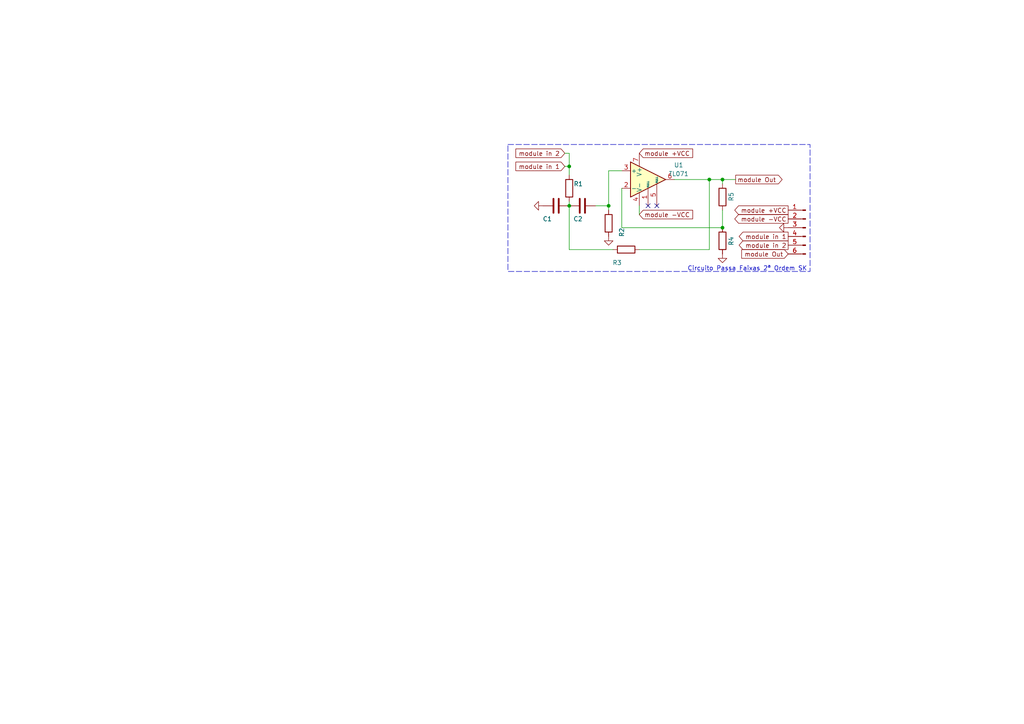
<source format=kicad_sch>
(kicad_sch (version 20230121) (generator eeschema)
  (paper "A4")
  (lib_symbols
    (symbol "Amplifier_Operational:TL071" (pin_names (offset 0.127))
      (property "Reference" "U" (at 0 6.35 0))
      (property "Value" "TL071" (at 0 3.81 0))
      (symbol "TL071_0_1"
        (polyline (pts (xy -5.08 5.08) (xy 5.08 0) (xy -5.08 -5.08) (xy -5.08 5.08)) (stroke (width 0.254)) (fill (type background)))
      )
      (symbol "TL071_1_1"
        (pin input line (at 0 -7.62 90) (length 5.08) (name "NULL") (number "1"))
        (pin input line (at -7.62 -2.54 0) (length 2.54) (name "-") (number "2"))
        (pin input line (at -7.62 2.54 0) (length 2.54) (name "+") (number "3"))
        (pin power_in line (at -2.54 -7.62 90) (length 3.81) (name "V-") (number "4"))
        (pin input line (at 2.54 -7.62 90) (length 6.35) (name "NULL") (number "5"))
        (pin output line (at 7.62 0 180) (length 2.54) (name "~") (number "6"))
        (pin power_in line (at -2.54 7.62 270) (length 3.81) (name "V+") (number "7"))
        (pin no_connect line (at 0 2.54 270) (length 2.54) hide (name "NC") (number "8"))
      )
    )
    (symbol "Connector:Conn_01x06_Pin" (pin_names (offset 1.016) hide)
      (property "Reference" "J" (at 0 7.62 0))
      (property "Value" "Conn_01x06_Pin" (at 0 -10.16 0))
      (symbol "Conn_01x06_Pin_1_1"
        (polyline (pts (xy 1.27 -7.62) (xy 0.8636 -7.62)) (stroke (width 0.1524)))
        (polyline (pts (xy 1.27 -5.08) (xy 0.8636 -5.08)) (stroke (width 0.1524)))
        (polyline (pts (xy 1.27 -2.54) (xy 0.8636 -2.54)) (stroke (width 0.1524)))
        (polyline (pts (xy 1.27 0) (xy 0.8636 0)) (stroke (width 0.1524)))
        (polyline (pts (xy 1.27 2.54) (xy 0.8636 2.54)) (stroke (width 0.1524)))
        (polyline (pts (xy 1.27 5.08) (xy 0.8636 5.08)) (stroke (width 0.1524)))
        (rectangle (start 0.8636 -7.493) (end 0 -7.747) (stroke (width 0.1524)) (fill (type outline)))
        (rectangle (start 0.8636 -4.953) (end 0 -5.207) (stroke (width 0.1524)) (fill (type outline)))
        (rectangle (start 0.8636 -2.413) (end 0 -2.667) (stroke (width 0.1524)) (fill (type outline)))
        (rectangle (start 0.8636 0.127) (end 0 -0.127) (stroke (width 0.1524)) (fill (type outline)))
        (rectangle (start 0.8636 2.667) (end 0 2.413) (stroke (width 0.1524)) (fill (type outline)))
        (rectangle (start 0.8636 5.207) (end 0 4.953) (stroke (width 0.1524)) (fill (type outline)))
        (pin passive line (at 5.08 5.08 180) (length 3.81) (name "Pin_1") (number "1"))
        (pin passive line (at 5.08 2.54 180) (length 3.81) (name "Pin_2") (number "2"))
        (pin passive line (at 5.08 0 180) (length 3.81) (name "Pin_3") (number "3"))
        (pin passive line (at 5.08 -2.54 180) (length 3.81) (name "Pin_4") (number "4"))
        (pin passive line (at 5.08 -5.08 180) (length 3.81) (name "Pin_5") (number "5"))
        (pin passive line (at 5.08 -7.62 180) (length 3.81) (name "Pin_6") (number "6"))
      )
    )
    (symbol "Device:C" (pin_numbers hide) (pin_names (offset 0.254))
      (property "Reference" "C" (at 0.635 2.54 0))
      (property "Value" "C" (at 0.635 -2.54 0))
      (symbol "C_0_1"
        (polyline (pts (xy -2.032 -0.762) (xy 2.032 -0.762)) (stroke (width 0.508)))
        (polyline (pts (xy -2.032 0.762) (xy 2.032 0.762)) (stroke (width 0.508)))
      )
      (symbol "C_1_1"
        (pin passive line (at 0 3.81 270) (length 2.794) (name "~") (number "1"))
        (pin passive line (at 0 -3.81 90) (length 2.794) (name "~") (number "2"))
      )
    )
    (symbol "Device:R" (pin_numbers hide) (pin_names (offset 0))
      (property "Reference" "R" (at 2.032 0 90))
      (property "Value" "R" (at 0 0 90))
      (symbol "R_0_1"
        (rectangle (start -1.016 2.54) (end 1.016 -2.54) (stroke (width 0.254)))
      )
      (symbol "R_1_1"
        (pin passive line (at 0 3.81 270) (length 1.27) (name "~") (number "1"))
        (pin passive line (at 0 -3.81 90) (length 1.27) (name "~") (number "2"))
      )
    )
    (symbol "power:GND" (power) (pin_names (offset 0))
      (property "Value" "GND" (at 0 -3.81 0))
      (symbol "GND_0_1"
        (polyline (pts (xy 0 0) (xy 0 -1.27) (xy 1.27 -1.27) (xy 0 -2.54) (xy -1.27 -1.27) (xy 0 -1.27)))
      )
      (symbol "GND_1_1"
        (pin power_in line (at 0 0 270) (length 0) hide (name "GND") (number "1"))
      )
    )
  )
  (junction (at 165.1 59.69))
  (junction (at 205.74 52.07))
  (junction (at 176.53 59.69))
  (junction (at 209.55 66.04))
  (junction (at 165.1 48.26))
  (junction (at 209.55 52.07))
  (no_connect (at 190.5 59.69))
  (no_connect (at 187.96 59.69))
  (wire (pts (xy 165.1 48.26) (xy 165.1 50.8)))
  (wire (pts (xy 176.53 59.69) (xy 176.53 49.53)))
  (wire (pts (xy 165.1 44.45) (xy 165.1 48.26)))
  (wire (pts (xy 176.53 49.53) (xy 180.34 49.53)))
  (wire (pts (xy 209.55 60.96) (xy 209.55 66.04)))
  (wire (pts (xy 209.55 52.07) (xy 209.55 53.34)))
  (wire (pts (xy 172.72 59.69) (xy 176.53 59.69)))
  (wire (pts (xy 163.83 48.26) (xy 165.1 48.26)))
  (wire (pts (xy 185.42 72.39) (xy 205.74 72.39)))
  (wire (pts (xy 176.53 59.69) (xy 176.53 60.96)))
  (wire (pts (xy 180.34 66.04) (xy 180.34 54.61)))
  (wire (pts (xy 163.83 44.45) (xy 165.1 44.45)))
  (wire (pts (xy 165.1 58.42) (xy 165.1 59.69)))
  (wire (pts (xy 165.1 59.69) (xy 165.1 72.39)))
  (wire (pts (xy 180.34 66.04) (xy 209.55 66.04)))
  (wire (pts (xy 209.55 52.07) (xy 213.36 52.07)))
  (wire (pts (xy 205.74 52.07) (xy 205.74 72.39)))
  (wire (pts (xy 195.58 52.07) (xy 205.74 52.07)))
  (wire (pts (xy 185.42 62.23) (xy 185.42 59.69)))
  (wire (pts (xy 165.1 72.39) (xy 177.8 72.39)))
  (wire (pts (xy 205.74 52.07) (xy 209.55 52.07)))
  (rectangle (start 147.32 41.91) (end 234.95 78.74) (stroke (width 0) (type dash)))
  (text "Circuito Passa Faixas 2ª Ordem SK" (at 199.39 78.74 0) (effects (font (size 1.27 1.27)) (justify left bottom)))
  (global_label "module in 2" (shape input) (at 163.83 44.45 180) (property "Intersheetrefs" "${INTERSHEET_REFS}" (effects hide)))
  (global_label "module in 1" (shape input) (at 163.83 48.26 180) (property "Intersheetrefs" "${INTERSHEET_REFS}" (effects hide)))
  (global_label "module -VCC" (shape output) (at 228.6 63.5 180) (property "Intersheetrefs" "${INTERSHEET_REFS}" (effects hide)))
  (global_label "module in 1" (shape output) (at 228.6 68.58 180) (property "Intersheetrefs" "${INTERSHEET_REFS}" (effects hide)))
  (global_label "module +VCC" (shape output) (at 228.6 60.96 180) (property "Intersheetrefs" "${INTERSHEET_REFS}" (effects hide)))
  (global_label "module Out" (shape input) (at 228.6 73.66 180) (property "Intersheetrefs" "${INTERSHEET_REFS}" (effects hide)))
  (global_label "module -VCC" (shape input) (at 185.42 62.23 0) (property "Intersheetrefs" "${INTERSHEET_REFS}" (effects hide)))
  (global_label "module Out" (shape output) (at 213.36 52.07 0) (property "Intersheetrefs" "${INTERSHEET_REFS}" (effects hide)))
  (global_label "module in 2" (shape output) (at 228.6 71.12 180) (property "Intersheetrefs" "${INTERSHEET_REFS}" (effects hide)))
  (global_label "module +VCC" (shape input) (at 185.42 44.45 0) (property "Intersheetrefs" "${INTERSHEET_REFS}" (effects hide)))
  (symbol (lib_id "power:GND") (at 157.48 59.69 270) (unit 1)
    (property "Reference" "#PWR01" (effects hide))
    (property "Value" "GND" (effects hide))
  )
  (symbol (lib_id "Device:R") (at 209.55 69.85 0) (mirror x) (unit 1)
    (property "Reference" "R4" (at 212.09 68.58 90) (effects (justify left)))
    (property "Value" "R" (effects hide))
    (property "Footprint" "Resistor_THT:R_Axial_DIN0207_L6.3mm_D2.5mm_P7.62mm_Horizontal" (effects hide))
  )
  (symbol (lib_id "Amplifier_Operational:TL071") (at 187.96 52.07 0) (unit 1)
    (property "Reference" "U1" (at 196.85 47.8791 0))
    (property "Value" "TL071" (at 196.85 50.4191 0))
    (property "Footprint" "Package_DIP:DIP-8_W7.62mm_Socket" (effects hide))
    (property "Datasheet" "http://www.ti.com/lit/ds/symlink/tl071.pdf" (effects hide))
  )
  (symbol (lib_id "Device:C") (at 161.29 59.69 90) (unit 1)
    (property "Reference" "C1" (at 158.75 63.5 90))
    (property "Value" "C" (effects hide))
  )
  (symbol (lib_id "Device:C") (at 168.91 59.69 90) (unit 1)
    (property "Reference" "C2" (at 167.64 63.5 90))
    (property "Value" "C" (effects hide))
  )
  (symbol (lib_id "Device:R") (at 181.61 72.39 90) (mirror x) (unit 1)
    (property "Reference" "R3" (at 180.34 76.2 90) (effects (justify left)))
    (property "Value" "R" (effects hide))
    (property "Footprint" "Resistor_THT:R_Axial_DIN0207_L6.3mm_D2.5mm_P7.62mm_Horizontal" (effects hide))
  )
  (symbol (lib_id "power:GND") (at 228.6 66.04 270) (unit 1)
    (property "Reference" "#PWR03" (effects hide))
    (property "Value" "GND" (effects hide))
  )
  (symbol (lib_id "Device:R") (at 176.53 64.77 0) (mirror x) (unit 1)
    (property "Reference" "R2" (at 180.34 66.04 90) (effects (justify left)))
    (property "Value" "R" (effects hide))
    (property "Footprint" "Resistor_THT:R_Axial_DIN0207_L6.3mm_D2.5mm_P7.62mm_Horizontal" (effects hide))
  )
  (symbol (lib_id "Connector:Conn_01x06_Pin") (at 233.68 66.04 0) (mirror y) (unit 1)
    (property "Reference" "J1" (effects hide))
    (property "Value" "Conn_01x06_Pin" (effects hide))
    (property "Footprint" "Connector_PinHeader_2.54mm:PinHeader_1x06_P2.54mm_Vertical" (effects hide))
  )
  (symbol (lib_id "Device:R") (at 209.55 57.15 0) (unit 1)
    (property "Reference" "R5" (at 212.09 58.42 90) (effects (justify left)))
    (property "Value" "R" (effects hide))
    (property "Footprint" "Resistor_THT:R_Axial_DIN0207_L6.3mm_D2.5mm_P7.62mm_Horizontal" (effects hide))
  )
  (symbol (lib_id "power:GND") (at 209.55 73.66 0) (unit 1)
    (property "Reference" "#PWR04" (effects hide))
    (property "Value" "GND" (effects hide))
  )
  (symbol (lib_id "power:GND") (at 176.53 68.58 0) (unit 1)
    (property "Reference" "#PWR02" (effects hide))
    (property "Value" "GND" (effects hide))
  )
  (symbol (lib_id "Device:R") (at 165.1 54.61 0) (unit 1)
    (property "Reference" "R1" (at 166.37 53.34 0) (effects (justify left)))
    (property "Value" "R" (effects hide))
    (property "Footprint" "Resistor_THT:R_Axial_DIN0207_L6.3mm_D2.5mm_P7.62mm_Horizontal" (effects hide))
  )
)
</source>
